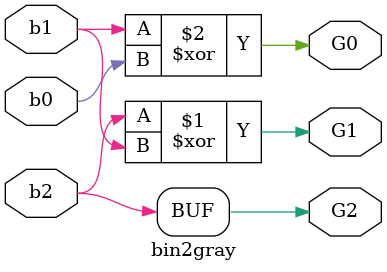
<source format=v>
`timescale 1 ns/100 ps

module bin2gray (output G2, G1, G0, input b2, b1, b0);
	assign G2 = b2;
	assign G1 = b2 ^ b1;
	assign G0 = b1 ^ b0;
endmodule
</source>
